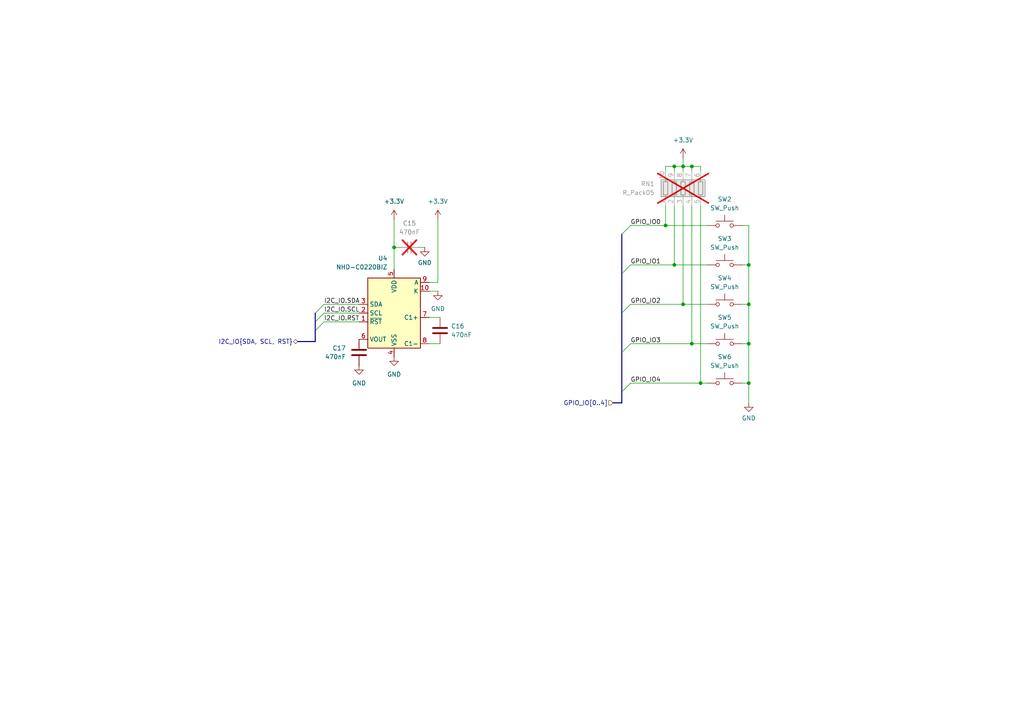
<source format=kicad_sch>
(kicad_sch (version 20250114) (generator "eeschema") (generator_version "9.0")
  (paper "A4")
  (lib_symbols
    (symbol "Device:C" (pin_numbers (hide yes)) (pin_names (offset 0.254))
      (property "Reference" "C" (at 0.635 2.54 0))
      (property "Value" "C" (at 0.635 -2.54 0))
      (symbol "C_0_1"
        (polyline (pts (xy -2.032 0.762) (xy 2.032 0.762)) (stroke (width 0.508)))
        (polyline (pts (xy -2.032 -0.762) (xy 2.032 -0.762)) (stroke (width 0.508)))
      )
      (symbol "C_1_1"
        (pin passive line (at 0 3.81 270) (length 2.794) (name "~") (number "1"))
        (pin passive line (at 0 -3.81 90) (length 2.794) (name "~") (number "2"))
      )
    )
    (symbol "Device:C_Small" (pin_numbers (hide yes)) (pin_names (offset 0.254) (hide yes))
      (property "Reference" "C" (at 0.254 1.778 0))
      (property "Value" "C_Small" (at 0.254 -2.032 0))
      (symbol "C_Small_0_1"
        (polyline (pts (xy -1.524 0.508) (xy 1.524 0.508)) (stroke (width 0.3048)))
        (polyline (pts (xy -1.524 -0.508) (xy 1.524 -0.508)) (stroke (width 0.3302)))
      )
      (symbol "C_Small_1_1"
        (pin passive line (at 0 2.54 270) (length 2.032) (name "~") (number "1"))
        (pin passive line (at 0 -2.54 90) (length 2.032) (name "~") (number "2"))
      )
    )
    (symbol "Device:R_Pack05" (pin_names (offset 0) (hide yes))
      (property "Reference" "RN" (at -7.62 0 90))
      (property "Value" "R_Pack05" (at 7.62 0 90))
      (symbol "R_Pack05_0_1"
        (rectangle (start -6.35 -2.413) (end 6.35 2.413) (stroke (width 0.254)) (fill (type background)))
        (rectangle (start -5.715 1.905) (end -4.445 -1.905) (stroke (width 0.254)))
        (polyline (pts (xy -5.08 1.905) (xy -5.08 2.54)))
        (polyline (pts (xy -5.08 -2.54) (xy -5.08 -1.905)))
        (rectangle (start -3.175 1.905) (end -1.905 -1.905) (stroke (width 0.254)))
        (polyline (pts (xy -2.54 1.905) (xy -2.54 2.54)))
        (polyline (pts (xy -2.54 -2.54) (xy -2.54 -1.905)))
        (rectangle (start -0.635 1.905) (end 0.635 -1.905) (stroke (width 0.254)))
        (polyline (pts (xy 0 1.905) (xy 0 2.54)))
        (polyline (pts (xy 0 -2.54) (xy 0 -1.905)))
        (rectangle (start 1.905 1.905) (end 3.175 -1.905) (stroke (width 0.254)))
        (polyline (pts (xy 2.54 1.905) (xy 2.54 2.54)))
        (polyline (pts (xy 2.54 -2.54) (xy 2.54 -1.905)))
        (rectangle (start 4.445 1.905) (end 5.715 -1.905) (stroke (width 0.254)))
        (polyline (pts (xy 5.08 1.905) (xy 5.08 2.54)))
        (polyline (pts (xy 5.08 -2.54) (xy 5.08 -1.905)))
      )
      (symbol "R_Pack05_1_1"
        (pin passive line (at -5.08 5.08 270) (length 2.54) (name "R1.2") (number "10"))
        (pin passive line (at -5.08 -5.08 90) (length 2.54) (name "R1.1") (number "1"))
        (pin passive line (at -2.54 5.08 270) (length 2.54) (name "R2.2") (number "9"))
        (pin passive line (at -2.54 -5.08 90) (length 2.54) (name "R2.1") (number "2"))
        (pin passive line (at 0 5.08 270) (length 2.54) (name "R3.2") (number "8"))
        (pin passive line (at 0 -5.08 90) (length 2.54) (name "R3.1") (number "3"))
        (pin passive line (at 2.54 5.08 270) (length 2.54) (name "R4.2") (number "7"))
        (pin passive line (at 2.54 -5.08 90) (length 2.54) (name "R4.1") (number "4"))
        (pin passive line (at 5.08 5.08 270) (length 2.54) (name "R5.2") (number "6"))
        (pin passive line (at 5.08 -5.08 90) (length 2.54) (name "R5.1") (number "5"))
      )
    )
    (symbol "Display_Character:NHD-C0220BIZ"
      (property "Reference" "U9" (at 2.1433 15.24 0))
      (property "Value" "NHD-C0220BIZ" (at 2.1433 12.7 0))
      (symbol "NHD-C0220BIZ_0_1"
        (rectangle (start -7.62 10.16) (end 7.62 -10.16) (stroke (width 0.254)) (fill (type background)))
      )
      (symbol "NHD-C0220BIZ_1_1"
        (pin bidirectional line (at -10.16 2.54 0) (length 2.54) (name "SDA") (number "3"))
        (pin input line (at -10.16 0 0) (length 2.54) (name "SCL") (number "2"))
        (pin input line (at -10.16 -2.54 0) (length 2.54) (name "~{RST}") (number "1"))
        (pin passive line (at -10.16 -7.62 0) (length 2.54) (name "VOUT") (number "6"))
        (pin power_in line (at 0 12.7 270) (length 2.54) (name "VDD") (number "5"))
        (pin power_in line (at 0 -12.7 90) (length 2.54) (name "VSS") (number "4"))
        (pin passive line (at 10.16 8.89 180) (length 2.54) (name "A") (number "9"))
        (pin passive line (at 10.16 6.35 180) (length 2.54) (name "K") (number "10"))
        (pin passive line (at 10.16 -1.27 180) (length 2.54) (name "C1+") (number "7"))
        (pin passive line (at 10.16 -8.89 180) (length 2.54) (name "C1-") (number "8"))
      )
    )
    (symbol "Switch:SW_Push" (pin_numbers (hide yes)) (pin_names (offset 1.016) (hide yes))
      (property "Reference" "SW" (at 1.27 2.54 0))
      (property "Value" "SW_Push" (at 0 -1.524 0))
      (symbol "SW_Push_0_1"
        (circle (center -2.032 0) (radius 0.508))
        (polyline (pts (xy 0 1.27) (xy 0 3.048)))
        (circle (center 2.032 0) (radius 0.508))
        (polyline (pts (xy 2.54 1.27) (xy -2.54 1.27)))
        (pin passive line (at -5.08 0 0) (length 2.54) (name "1") (number "1"))
        (pin passive line (at 5.08 0 180) (length 2.54) (name "2") (number "2"))
      )
    )
    (symbol "power:+3.3V" (power) (pin_numbers (hide yes)) (pin_names (offset 0) (hide yes))
      (property "Value" "+3.3V" (at 0 3.556 0))
      (symbol "+3.3V_0_1"
        (polyline (pts (xy -0.762 1.27) (xy 0 2.54)))
        (polyline (pts (xy 0 2.54) (xy 0.762 1.27)))
        (polyline (pts (xy 0 0) (xy 0 2.54)))
      )
      (symbol "+3.3V_1_1"
        (pin power_in line (at 0 0 90) (length 0) (name "~") (number "1"))
      )
    )
    (symbol "power:GND" (power) (pin_numbers (hide yes)) (pin_names (offset 0) (hide yes))
      (property "Value" "GND" (at 0 -3.81 0))
      (symbol "GND_0_1"
        (polyline (pts (xy 0 0) (xy 0 -1.27) (xy 1.27 -1.27) (xy 0 -2.54) (xy -1.27 -1.27) (xy 0 -1.27)))
      )
      (symbol "GND_1_1"
        (pin power_in line (at 0 0 270) (length 0) (name "~") (number "1"))
      )
    )
  )
  (junction (at 193.04 65.405))
  (junction (at 217.17 88.265))
  (junction (at 200.66 99.695))
  (junction (at 195.58 76.835))
  (junction (at 217.17 99.695))
  (junction (at 217.17 111.125))
  (junction (at 195.58 48.26))
  (junction (at 114.3 71.755))
  (junction (at 200.66 48.26))
  (junction (at 198.12 48.26))
  (junction (at 198.12 88.265))
  (junction (at 217.17 76.835))
  (junction (at 203.2 111.125))
  (bus_entry (at 180.34 79.375) (size 2.54 -2.54))
  (bus_entry (at 91.44 90.805) (size 2.54 -2.54))
  (bus_entry (at 180.34 113.665) (size 2.54 -2.54))
  (bus_entry (at 180.34 90.805) (size 2.54 -2.54))
  (bus_entry (at 91.44 93.345) (size 2.54 -2.54))
  (bus_entry (at 180.34 102.235) (size 2.54 -2.54))
  (bus_entry (at 91.44 95.885) (size 2.54 -2.54))
  (bus_entry (at 180.34 67.945) (size 2.54 -2.54))
  (wire (pts (xy 127 63.5) (xy 127 81.915)))
  (wire (pts (xy 195.58 48.26) (xy 195.58 49.53)))
  (wire (pts (xy 198.12 48.26) (xy 200.66 48.26)))
  (wire (pts (xy 195.58 76.835) (xy 205.105 76.835)))
  (wire (pts (xy 217.17 76.835) (xy 217.17 88.265)))
  (wire (pts (xy 127 81.915) (xy 124.46 81.915)))
  (bus (pts (xy 86.36 99.06) (xy 91.44 99.06)))
  (wire (pts (xy 193.04 59.69) (xy 193.04 65.405)))
  (wire (pts (xy 217.17 88.265) (xy 217.17 99.695)))
  (wire (pts (xy 217.17 116.84) (xy 217.17 111.125)))
  (wire (pts (xy 203.2 48.26) (xy 203.2 49.53)))
  (wire (pts (xy 93.98 90.805) (xy 104.14 90.805)))
  (wire (pts (xy 200.66 48.26) (xy 200.66 49.53)))
  (wire (pts (xy 114.3 71.755) (xy 116.205 71.755)))
  (wire (pts (xy 121.285 71.755) (xy 123.19 71.755)))
  (wire (pts (xy 182.88 88.265) (xy 198.12 88.265)))
  (wire (pts (xy 127 84.455) (xy 124.46 84.455)))
  (wire (pts (xy 215.265 99.695) (xy 217.17 99.695)))
  (wire (pts (xy 114.3 63.5) (xy 114.3 71.755)))
  (wire (pts (xy 200.66 48.26) (xy 203.2 48.26)))
  (bus (pts (xy 180.34 116.84) (xy 180.34 113.665)))
  (wire (pts (xy 217.17 65.405) (xy 215.265 65.405)))
  (wire (pts (xy 198.12 88.265) (xy 205.105 88.265)))
  (wire (pts (xy 217.17 65.405) (xy 217.17 76.835)))
  (wire (pts (xy 215.265 88.265) (xy 217.17 88.265)))
  (bus (pts (xy 180.34 79.375) (xy 180.34 90.805)))
  (wire (pts (xy 217.17 99.695) (xy 217.17 111.125)))
  (bus (pts (xy 180.34 116.84) (xy 177.8 116.84)))
  (wire (pts (xy 217.17 76.835) (xy 215.265 76.835)))
  (wire (pts (xy 198.12 45.72) (xy 198.12 48.26)))
  (wire (pts (xy 215.265 111.125) (xy 217.17 111.125)))
  (bus (pts (xy 91.44 95.885) (xy 91.44 99.06)))
  (wire (pts (xy 124.46 92.075) (xy 127.635 92.075)))
  (wire (pts (xy 198.12 59.69) (xy 198.12 88.265)))
  (wire (pts (xy 127.635 99.695) (xy 124.46 99.695)))
  (bus (pts (xy 180.34 90.805) (xy 180.34 102.235)))
  (bus (pts (xy 180.34 67.945) (xy 180.34 79.375)))
  (bus (pts (xy 91.44 93.345) (xy 91.44 95.885)))
  (wire (pts (xy 195.58 59.69) (xy 195.58 76.835)))
  (wire (pts (xy 182.88 65.405) (xy 193.04 65.405)))
  (wire (pts (xy 195.58 48.26) (xy 193.04 48.26)))
  (wire (pts (xy 193.04 48.26) (xy 193.04 49.53)))
  (wire (pts (xy 193.04 65.405) (xy 205.105 65.405)))
  (wire (pts (xy 182.88 111.125) (xy 203.2 111.125)))
  (wire (pts (xy 93.98 88.265) (xy 104.14 88.265)))
  (wire (pts (xy 182.88 76.835) (xy 195.58 76.835)))
  (wire (pts (xy 200.66 99.695) (xy 205.105 99.695)))
  (wire (pts (xy 93.98 93.345) (xy 104.14 93.345)))
  (wire (pts (xy 203.2 59.69) (xy 203.2 111.125)))
  (wire (pts (xy 200.66 59.69) (xy 200.66 99.695)))
  (wire (pts (xy 182.88 99.695) (xy 200.66 99.695)))
  (wire (pts (xy 203.2 111.125) (xy 205.105 111.125)))
  (wire (pts (xy 114.3 71.755) (xy 114.3 78.105)))
  (bus (pts (xy 91.44 90.805) (xy 91.44 93.345)))
  (wire (pts (xy 198.12 48.26) (xy 195.58 48.26)))
  (wire (pts (xy 198.12 48.26) (xy 198.12 49.53)))
  (bus (pts (xy 180.34 113.665) (xy 180.34 102.235)))
  (label "GPIO_IO2" (at 182.88 88.265 0))
  (label "I2C_IO.SDA" (at 93.98 88.265 0))
  (label "GPIO_IO3" (at 182.88 99.695 0))
  (label "GPIO_IO4" (at 182.88 111.125 0))
  (label "GPIO_IO1" (at 182.88 76.835 0))
  (label "GPIO_IO0" (at 182.88 65.405 0))
  (label "I2C_IO.SCL" (at 93.98 90.805 0))
  (label "I2C_IO.RST" (at 93.98 93.345 0))
  (hierarchical_label "I2C_IO{SDA, SCL, RST}" (shape bidirectional) (at 86.36 99.06 180))
  (hierarchical_label "GPIO_IO[0..4]" (shape input) (at 177.8 116.84 180))
  (symbol (lib_id "power:+3.3V") (at 127 63.5 0) (unit 1)
    (property "Reference" "#PWR044" (effects (hide yes)))
    (property "Value" "+3.3V" (at 127 58.42 0))
    (property "Description" "Power symbol creates a global label with name \"+3.3V\"" (effects (hide yes)))
  )
  (symbol (lib_id "Device:C") (at 104.14 102.235 0) (mirror y) (unit 1)
    (property "Reference" "C17" (at 100.33 100.9649 0) (effects (justify left)))
    (property "Value" "470nF" (at 100.33 103.5049 0) (effects (justify left)))
    (property "Description" "Unpolarized capacitor" (effects (hide yes)))
  )
  (symbol (lib_id "power:GND") (at 127 84.455 0) (unit 1)
    (property "Reference" "#PWR046" (effects (hide yes)))
    (property "Value" "GND" (at 127 89.535 0))
    (property "Description" "Power symbol creates a global label with name \"GND\" , ground" (effects (hide yes)))
  )
  (symbol (lib_id "Switch:SW_Push") (at 210.185 88.265 0) (unit 1)
    (property "Reference" "SW4" (at 210.185 80.645 0))
    (property "Value" "SW_Push" (at 210.185 83.185 0))
    (property "Description" "Push button switch, generic, two pins" (effects (hide yes)))
  )
  (symbol (lib_id "Switch:SW_Push") (at 210.185 111.125 0) (unit 1)
    (property "Reference" "SW6" (at 210.185 103.505 0))
    (property "Value" "SW_Push" (at 210.185 106.045 0))
    (property "Description" "Push button switch, generic, two pins" (effects (hide yes)))
  )
  (symbol (lib_id "power:GND") (at 104.14 106.045 0) (unit 1)
    (property "Reference" "#PWR048" (effects (hide yes)))
    (property "Value" "GND" (at 104.14 111.125 0))
    (property "Description" "Power symbol creates a global label with name \"GND\" , ground" (effects (hide yes)))
  )
  (symbol (lib_id "power:GND") (at 123.19 71.755 0) (unit 1)
    (property "Reference" "#PWR045" (effects (hide yes)))
    (property "Value" "GND" (at 123.19 76.2 0))
    (property "Description" "Power symbol creates a global label with name \"GND\" , ground" (effects (hide yes)))
  )
  (symbol (lib_id "power:+3.3V") (at 114.3 63.5 0) (unit 1)
    (property "Reference" "#PWR043" (effects (hide yes)))
    (property "Value" "+3.3V" (at 114.3 58.42 0))
    (property "Description" "Power symbol creates a global label with name \"+3.3V\"" (effects (hide yes)))
  )
  (symbol (lib_id "Device:C_Small") (at 118.745 71.755 90) (unit 1) (dnp yes)
    (property "Reference" "C15" (at 118.7513 64.77 90))
    (property "Value" "470nF" (at 118.7513 67.31 90))
    (property "Description" "Unpolarized capacitor, small symbol" (effects (hide yes)))
  )
  (symbol (lib_id "power:+3.3V") (at 198.12 45.72 0) (unit 1)
    (property "Reference" "#PWR042" (effects (hide yes)))
    (property "Value" "+3.3V" (at 198.12 40.64 0))
    (property "Description" "Power symbol creates a global label with name \"+3.3V\"" (effects (hide yes)))
  )
  (symbol (lib_id "Switch:SW_Push") (at 210.185 65.405 0) (unit 1)
    (property "Reference" "SW2" (at 210.185 57.785 0))
    (property "Value" "SW_Push" (at 210.185 60.325 0))
    (property "Description" "Push button switch, generic, two pins" (effects (hide yes)))
  )
  (symbol (lib_id "Switch:SW_Push") (at 210.185 76.835 0) (unit 1)
    (property "Reference" "SW3" (at 210.185 69.215 0))
    (property "Value" "SW_Push" (at 210.185 71.755 0))
    (property "Description" "Push button switch, generic, two pins" (effects (hide yes)))
  )
  (symbol (lib_id "power:GND") (at 114.3 103.505 0) (unit 1)
    (property "Reference" "#PWR047" (effects (hide yes)))
    (property "Value" "GND" (at 114.3 108.585 0))
    (property "Description" "Power symbol creates a global label with name \"GND\" , ground" (effects (hide yes)))
  )
  (symbol (lib_id "Device:C") (at 127.635 95.885 0) (unit 1)
    (property "Reference" "C16" (at 130.81 94.6149 0) (effects (justify left)))
    (property "Value" "470nF" (at 130.81 97.1549 0) (effects (justify left)))
    (property "Description" "Unpolarized capacitor" (effects (hide yes)))
  )
  (symbol (lib_id "Device:R_Pack05") (at 198.12 54.61 0) (unit 1) (dnp yes)
    (property "Reference" "RN1" (at 189.865 53.34 0) (effects (justify right)))
    (property "Value" "R_Pack05" (at 189.865 55.88 0) (effects (justify right)))
    (property "Description" "5 resistor network, parallel topology" (effects (hide yes)))
  )
  (symbol (lib_id "Switch:SW_Push") (at 210.185 99.695 0) (unit 1)
    (property "Reference" "SW5" (at 210.185 92.075 0))
    (property "Value" "SW_Push" (at 210.185 94.615 0))
    (property "Description" "Push button switch, generic, two pins" (effects (hide yes)))
  )
  (symbol (lib_id "power:GND") (at 217.17 116.84 0) (unit 1)
    (property "Reference" "#PWR049" (effects (hide yes)))
    (property "Value" "GND" (at 217.17 121.285 0))
    (property "Description" "Power symbol creates a global label with name \"GND\" , ground" (effects (hide yes)))
  )
  (symbol (lib_id "Display_Character:NHD-C0220BIZ") (at 114.3 90.805 0) (unit 1)
    (property "Reference" "U4" (at 112.395 74.93 0) (effects (justify right)))
    (property "Value" "NHD-C0220BIZ" (at 112.395 77.47 0) (effects (justify right)))
    (property "Footprint" "Display:NHD-C0220BiZ" (effects (hide yes)))
    (property "Datasheet" "http://www.newhavendisplay.com/specs/NHD-C0220BiZ-FSW-FBW-3V3M.pdf" (effects (hide yes)))
    (property "Description" "LCD 20x2 Alphanumeric 10pin Blue/White/Green Backlight, i2c, 3.3V VDD" (effects (hide yes)))
  )
)
</source>
